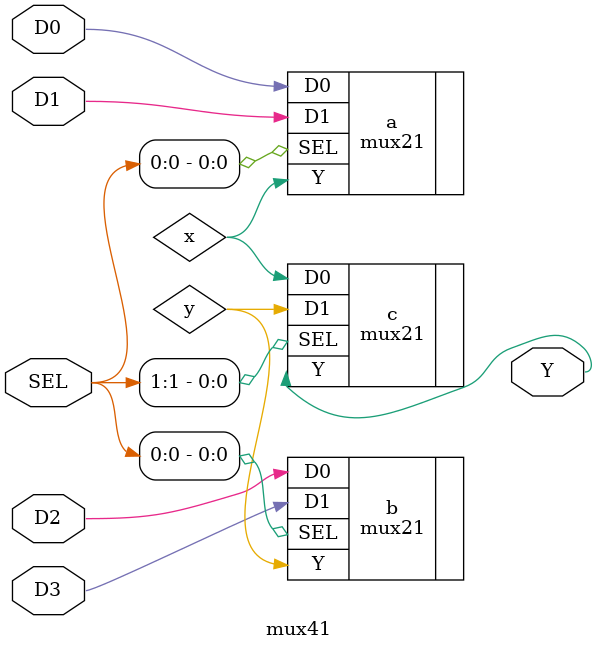
<source format=v>
`timescale 1ns / 1ps


module mux41(
    input D0, D1, D2, D3,
    input [1: 0] SEL,
    output Y
    );

    wire x, y;

    mux21 a(.D0(D0), .D1(D1), .SEL(SEL[0]), .Y(x));
    mux21 b(.D0(D2), .D1(D3), .SEL(SEL[0]), .Y(y));
    mux21 c(.D0(x), .D1(y), .SEL(SEL[1]), .Y(Y));

endmodule

</source>
